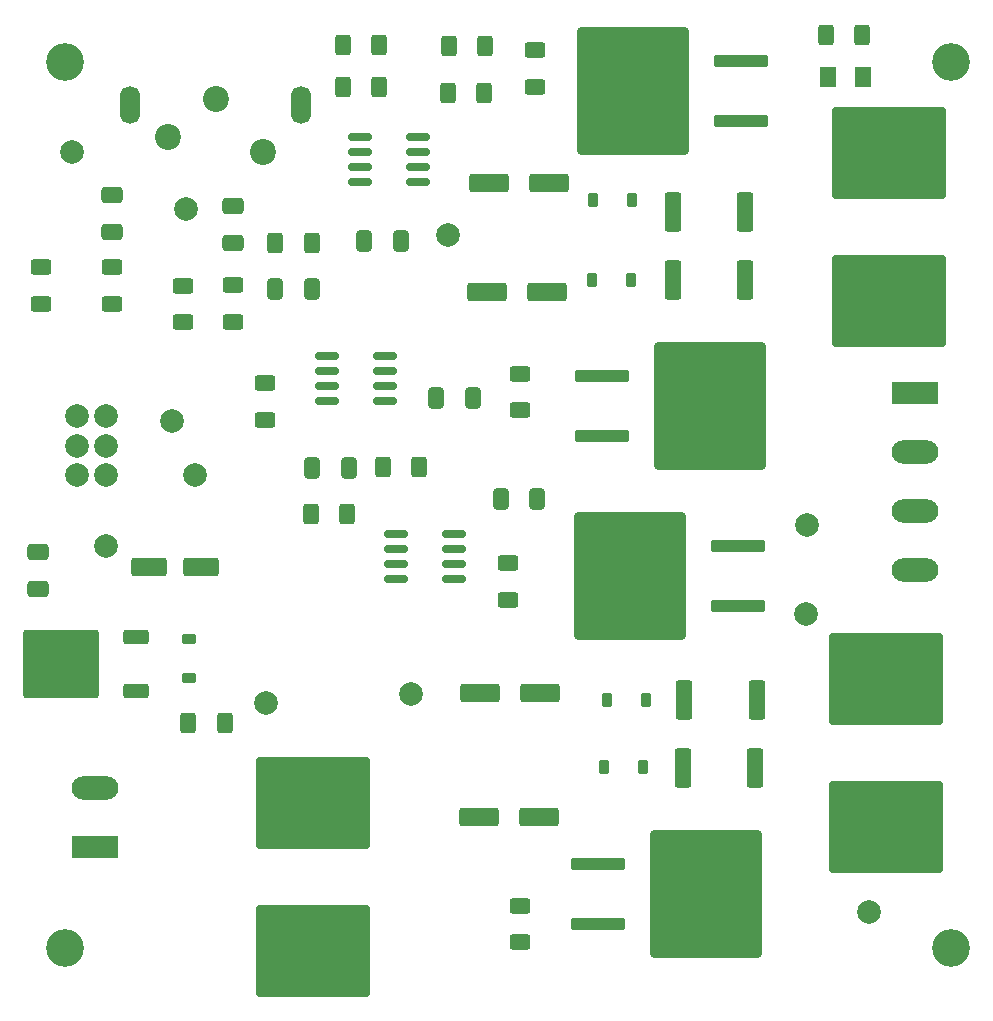
<source format=gts>
%TF.GenerationSoftware,KiCad,Pcbnew,7.0.7*%
%TF.CreationDate,2023-08-30T15:53:29-04:00*%
%TF.ProjectId,Basic Stereo Amp,42617369-6320-4537-9465-72656f20416d,rev?*%
%TF.SameCoordinates,Original*%
%TF.FileFunction,Soldermask,Top*%
%TF.FilePolarity,Negative*%
%FSLAX46Y46*%
G04 Gerber Fmt 4.6, Leading zero omitted, Abs format (unit mm)*
G04 Created by KiCad (PCBNEW 7.0.7) date 2023-08-30 15:53:29*
%MOMM*%
%LPD*%
G01*
G04 APERTURE LIST*
G04 Aperture macros list*
%AMRoundRect*
0 Rectangle with rounded corners*
0 $1 Rounding radius*
0 $2 $3 $4 $5 $6 $7 $8 $9 X,Y pos of 4 corners*
0 Add a 4 corners polygon primitive as box body*
4,1,4,$2,$3,$4,$5,$6,$7,$8,$9,$2,$3,0*
0 Add four circle primitives for the rounded corners*
1,1,$1+$1,$2,$3*
1,1,$1+$1,$4,$5*
1,1,$1+$1,$6,$7*
1,1,$1+$1,$8,$9*
0 Add four rect primitives between the rounded corners*
20,1,$1+$1,$2,$3,$4,$5,0*
20,1,$1+$1,$4,$5,$6,$7,0*
20,1,$1+$1,$6,$7,$8,$9,0*
20,1,$1+$1,$8,$9,$2,$3,0*%
G04 Aperture macros list end*
%ADD10RoundRect,0.250001X-0.462499X-0.624999X0.462499X-0.624999X0.462499X0.624999X-0.462499X0.624999X0*%
%ADD11C,2.000000*%
%ADD12RoundRect,0.250000X-2.050000X-0.300000X2.050000X-0.300000X2.050000X0.300000X-2.050000X0.300000X0*%
%ADD13RoundRect,0.250002X-4.449998X-5.149998X4.449998X-5.149998X4.449998X5.149998X-4.449998X5.149998X0*%
%ADD14O,1.700000X3.200000*%
%ADD15C,2.200000*%
%ADD16RoundRect,0.250000X-0.625000X0.400000X-0.625000X-0.400000X0.625000X-0.400000X0.625000X0.400000X0*%
%ADD17RoundRect,0.250000X2.050000X0.300000X-2.050000X0.300000X-2.050000X-0.300000X2.050000X-0.300000X0*%
%ADD18RoundRect,0.250002X4.449998X5.149998X-4.449998X5.149998X-4.449998X-5.149998X4.449998X-5.149998X0*%
%ADD19RoundRect,0.250000X0.400000X0.625000X-0.400000X0.625000X-0.400000X-0.625000X0.400000X-0.625000X0*%
%ADD20RoundRect,0.250000X-0.412500X-0.650000X0.412500X-0.650000X0.412500X0.650000X-0.412500X0.650000X0*%
%ADD21C,3.200000*%
%ADD22RoundRect,0.250000X-0.400000X-0.625000X0.400000X-0.625000X0.400000X0.625000X-0.400000X0.625000X0*%
%ADD23RoundRect,0.249998X-4.550002X3.650002X-4.550002X-3.650002X4.550002X-3.650002X4.550002X3.650002X0*%
%ADD24RoundRect,0.250000X1.250000X0.550000X-1.250000X0.550000X-1.250000X-0.550000X1.250000X-0.550000X0*%
%ADD25RoundRect,0.225000X0.225000X0.375000X-0.225000X0.375000X-0.225000X-0.375000X0.225000X-0.375000X0*%
%ADD26RoundRect,0.225000X-0.375000X0.225000X-0.375000X-0.225000X0.375000X-0.225000X0.375000X0.225000X0*%
%ADD27RoundRect,0.250000X-1.412500X-0.550000X1.412500X-0.550000X1.412500X0.550000X-1.412500X0.550000X0*%
%ADD28RoundRect,0.250000X0.650000X-0.412500X0.650000X0.412500X-0.650000X0.412500X-0.650000X-0.412500X0*%
%ADD29RoundRect,0.249999X0.450001X1.425001X-0.450001X1.425001X-0.450001X-1.425001X0.450001X-1.425001X0*%
%ADD30RoundRect,0.249998X4.550002X-3.650002X4.550002X3.650002X-4.550002X3.650002X-4.550002X-3.650002X0*%
%ADD31RoundRect,0.250000X0.625000X-0.400000X0.625000X0.400000X-0.625000X0.400000X-0.625000X-0.400000X0*%
%ADD32RoundRect,0.249999X-0.450001X-1.425001X0.450001X-1.425001X0.450001X1.425001X-0.450001X1.425001X0*%
%ADD33RoundRect,0.150000X-0.825000X-0.150000X0.825000X-0.150000X0.825000X0.150000X-0.825000X0.150000X0*%
%ADD34RoundRect,0.225000X-0.225000X-0.375000X0.225000X-0.375000X0.225000X0.375000X-0.225000X0.375000X0*%
%ADD35RoundRect,0.250000X-0.650000X0.412500X-0.650000X-0.412500X0.650000X-0.412500X0.650000X0.412500X0*%
%ADD36R,3.960000X1.980000*%
%ADD37O,3.960000X1.980000*%
%ADD38RoundRect,0.250000X0.850000X0.350000X-0.850000X0.350000X-0.850000X-0.350000X0.850000X-0.350000X0*%
%ADD39RoundRect,0.249997X2.950003X2.650003X-2.950003X2.650003X-2.950003X-2.650003X2.950003X-2.650003X0*%
G04 APERTURE END LIST*
D10*
%TO.C,D6*%
X175112500Y-51800000D03*
X178087500Y-51800000D03*
%TD*%
D11*
%TO.C,TP9*%
X173350000Y-89750000D03*
%TD*%
D12*
%TO.C,Q1*%
X155625000Y-118385000D03*
D13*
X164775000Y-120925000D03*
D12*
X155625000Y-123465000D03*
%TD*%
D14*
%TO.C,J1*%
X116000000Y-54150000D03*
X130500000Y-54150000D03*
D15*
X127250000Y-58150000D03*
X119250000Y-56900000D03*
X123250000Y-53650000D03*
%TD*%
D16*
%TO.C,R15*%
X150300000Y-49500000D03*
X150300000Y-52600000D03*
%TD*%
D17*
%TO.C,Q2*%
X167500000Y-96580000D03*
D18*
X158350000Y-94040000D03*
D17*
X167500000Y-91500000D03*
%TD*%
D11*
%TO.C,TP6*%
X139800000Y-104000000D03*
%TD*%
D19*
%TO.C,R10*%
X146100000Y-49150000D03*
X143000000Y-49150000D03*
%TD*%
D20*
%TO.C,C2*%
X131400000Y-84895000D03*
X134525000Y-84895000D03*
%TD*%
D21*
%TO.C,H2*%
X110500000Y-125500000D03*
%TD*%
D11*
%TO.C,TP8*%
X173250000Y-97250000D03*
%TD*%
%TO.C,TP5*%
X121500000Y-85500000D03*
%TD*%
D22*
%TO.C,R9*%
X142900000Y-53100000D03*
X146000000Y-53100000D03*
%TD*%
D16*
%TO.C,R13*%
X148000000Y-92950000D03*
X148000000Y-96050000D03*
%TD*%
%TO.C,R5*%
X108500000Y-67900000D03*
X108500000Y-71000000D03*
%TD*%
D23*
%TO.C,C10*%
X180250000Y-58250000D03*
X180250000Y-70750000D03*
%TD*%
D24*
%TO.C,C15*%
X122000000Y-93300000D03*
X117600000Y-93300000D03*
%TD*%
D25*
%TO.C,D3*%
X158500000Y-62200000D03*
X155200000Y-62200000D03*
%TD*%
D11*
%TO.C,TP1*%
X111100000Y-58100000D03*
%TD*%
D26*
%TO.C,D5*%
X121000000Y-99350000D03*
X121000000Y-102650000D03*
%TD*%
D27*
%TO.C,C8*%
X146200000Y-70000000D03*
X151275000Y-70000000D03*
%TD*%
D16*
%TO.C,R3*%
X124700000Y-69400000D03*
X124700000Y-72500000D03*
%TD*%
D22*
%TO.C,R21*%
X120950000Y-106500000D03*
X124050000Y-106500000D03*
%TD*%
%TO.C,R7*%
X128304128Y-65810000D03*
X131404128Y-65810000D03*
%TD*%
D27*
%TO.C,C5*%
X145625000Y-103900000D03*
X150700000Y-103900000D03*
%TD*%
D28*
%TO.C,C3*%
X124750000Y-65850000D03*
X124750000Y-62725000D03*
%TD*%
D20*
%TO.C,C1*%
X128291628Y-69760000D03*
X131416628Y-69760000D03*
%TD*%
D29*
%TO.C,R20*%
X168050000Y-69000000D03*
X161950000Y-69000000D03*
%TD*%
D22*
%TO.C,R1*%
X134000000Y-52600000D03*
X137100000Y-52600000D03*
%TD*%
D30*
%TO.C,C9*%
X180000000Y-115250000D03*
X180000000Y-102750000D03*
%TD*%
D31*
%TO.C,R11*%
X127400000Y-80800000D03*
X127400000Y-77700000D03*
%TD*%
D32*
%TO.C,R17*%
X162950000Y-104500000D03*
X169050000Y-104500000D03*
%TD*%
D33*
%TO.C,U3*%
X138525000Y-90440000D03*
X138525000Y-91710000D03*
X138525000Y-92980000D03*
X138525000Y-94250000D03*
X143475000Y-94250000D03*
X143475000Y-92980000D03*
X143475000Y-91710000D03*
X143475000Y-90440000D03*
%TD*%
D22*
%TO.C,R22*%
X174900000Y-48200000D03*
X178000000Y-48200000D03*
%TD*%
D12*
%TO.C,Q3*%
X156000000Y-77085000D03*
D13*
X165150000Y-79625000D03*
D12*
X156000000Y-82165000D03*
%TD*%
D22*
%TO.C,R12*%
X137400000Y-84845000D03*
X140500000Y-84845000D03*
%TD*%
D31*
%TO.C,R4*%
X120500000Y-72550000D03*
X120500000Y-69450000D03*
%TD*%
D34*
%TO.C,D2*%
X156150000Y-110200000D03*
X159450000Y-110200000D03*
%TD*%
D35*
%TO.C,C16*%
X108250000Y-92000000D03*
X108250000Y-95125000D03*
%TD*%
D23*
%TO.C,C13*%
X131500000Y-113250000D03*
X131500000Y-125750000D03*
%TD*%
D11*
%TO.C,TP10*%
X127500000Y-104750000D03*
%TD*%
D20*
%TO.C,C11*%
X135791628Y-65710000D03*
X138916628Y-65710000D03*
%TD*%
D16*
%TO.C,R14*%
X149000000Y-121950000D03*
X149000000Y-125050000D03*
%TD*%
D11*
%TO.C,TP7*%
X142900000Y-65200000D03*
%TD*%
%TO.C,TP3*%
X119600000Y-80900000D03*
%TD*%
%TO.C,RV1*%
X114000000Y-85500000D03*
X114000000Y-83000000D03*
X114000000Y-80500000D03*
X111500000Y-85500000D03*
X111500000Y-83000000D03*
X111500000Y-80500000D03*
%TD*%
D31*
%TO.C,R6*%
X114500000Y-71000000D03*
X114500000Y-67900000D03*
%TD*%
D36*
%TO.C,J2*%
X113000000Y-117000000D03*
D37*
X113000000Y-112000000D03*
%TD*%
D25*
%TO.C,D1*%
X159650000Y-104500000D03*
X156350000Y-104500000D03*
%TD*%
D20*
%TO.C,C14*%
X147375000Y-87500000D03*
X150500000Y-87500000D03*
%TD*%
D11*
%TO.C,TP2*%
X120750000Y-63000000D03*
%TD*%
D27*
%TO.C,C7*%
X146362500Y-60800000D03*
X151437500Y-60800000D03*
%TD*%
D36*
%TO.C,J3*%
X182500000Y-78500000D03*
D37*
X182500000Y-83500000D03*
X182500000Y-88500000D03*
X182500000Y-93500000D03*
%TD*%
D21*
%TO.C,H4*%
X185500000Y-125500000D03*
%TD*%
D29*
%TO.C,R18*%
X168950000Y-110300000D03*
X162850000Y-110300000D03*
%TD*%
D20*
%TO.C,C12*%
X141937500Y-79000000D03*
X145062500Y-79000000D03*
%TD*%
D11*
%TO.C,TP4*%
X114000000Y-91500000D03*
%TD*%
D16*
%TO.C,R16*%
X149000000Y-76900000D03*
X149000000Y-80000000D03*
%TD*%
D22*
%TO.C,R8*%
X131300000Y-88795000D03*
X134400000Y-88795000D03*
%TD*%
D21*
%TO.C,H1*%
X110500000Y-50500000D03*
%TD*%
D33*
%TO.C,U2*%
X132650000Y-75440000D03*
X132650000Y-76710000D03*
X132650000Y-77980000D03*
X132650000Y-79250000D03*
X137600000Y-79250000D03*
X137600000Y-77980000D03*
X137600000Y-76710000D03*
X137600000Y-75440000D03*
%TD*%
D32*
%TO.C,R19*%
X161950000Y-63250000D03*
X168050000Y-63250000D03*
%TD*%
D33*
%TO.C,U1*%
X135450000Y-56890000D03*
X135450000Y-58160000D03*
X135450000Y-59430000D03*
X135450000Y-60700000D03*
X140400000Y-60700000D03*
X140400000Y-59430000D03*
X140400000Y-58160000D03*
X140400000Y-56890000D03*
%TD*%
D34*
%TO.C,D4*%
X155100000Y-69000000D03*
X158400000Y-69000000D03*
%TD*%
D28*
%TO.C,C4*%
X114500000Y-64912500D03*
X114500000Y-61787500D03*
%TD*%
D27*
%TO.C,C6*%
X145527500Y-114460000D03*
X150602500Y-114460000D03*
%TD*%
D11*
%TO.C,TP11*%
X178600000Y-122500000D03*
%TD*%
D19*
%TO.C,R2*%
X137100000Y-49100000D03*
X134000000Y-49100000D03*
%TD*%
D38*
%TO.C,Q5*%
X116500000Y-103755000D03*
D39*
X110200000Y-101475000D03*
D38*
X116500000Y-99195000D03*
%TD*%
D21*
%TO.C,H3*%
X185500000Y-50500000D03*
%TD*%
D17*
%TO.C,Q4*%
X167750000Y-55500000D03*
D18*
X158600000Y-52960000D03*
D17*
X167750000Y-50420000D03*
%TD*%
M02*

</source>
